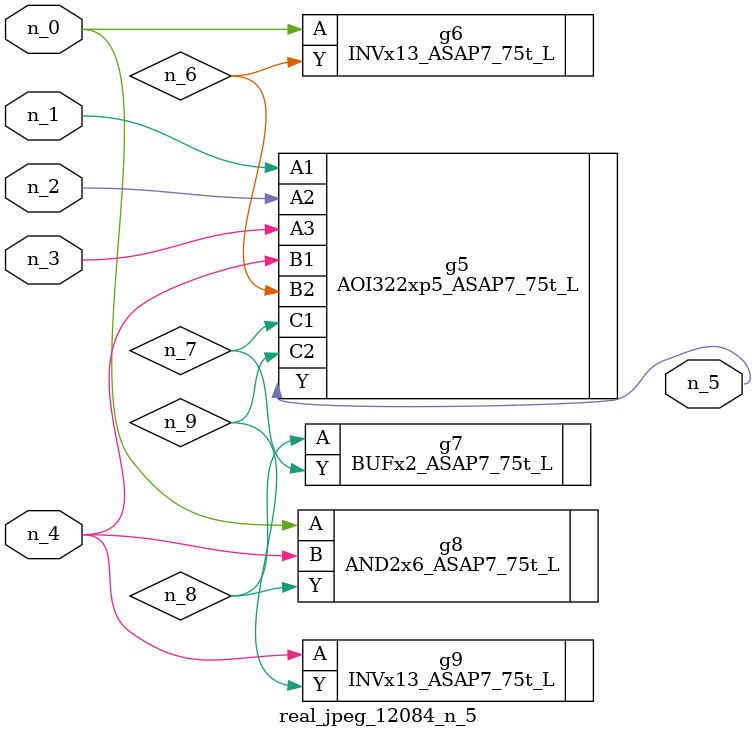
<source format=v>
module real_jpeg_12084_n_5 (n_4, n_0, n_1, n_2, n_3, n_5);

input n_4;
input n_0;
input n_1;
input n_2;
input n_3;

output n_5;

wire n_8;
wire n_6;
wire n_7;
wire n_9;

INVx13_ASAP7_75t_L g6 ( 
.A(n_0),
.Y(n_6)
);

AND2x6_ASAP7_75t_L g8 ( 
.A(n_0),
.B(n_4),
.Y(n_8)
);

AOI322xp5_ASAP7_75t_L g5 ( 
.A1(n_1),
.A2(n_2),
.A3(n_3),
.B1(n_4),
.B2(n_6),
.C1(n_7),
.C2(n_9),
.Y(n_5)
);

INVx13_ASAP7_75t_L g9 ( 
.A(n_4),
.Y(n_9)
);

BUFx2_ASAP7_75t_L g7 ( 
.A(n_8),
.Y(n_7)
);


endmodule
</source>
